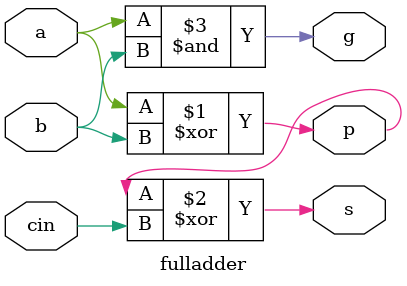
<source format=v>
module fulladder(
    input a,
    input b,
    input cin,
    output s,
    output p,
    output g
    );
    parameter AND_DELAY=3, XOR_DELAY=4;
    xor #(XOR_DELAY)(p, a, b);
    xor #(XOR_DELAY)(s, p, cin);
    and #(AND_DELAY)(g, a, b);
endmodule

</source>
